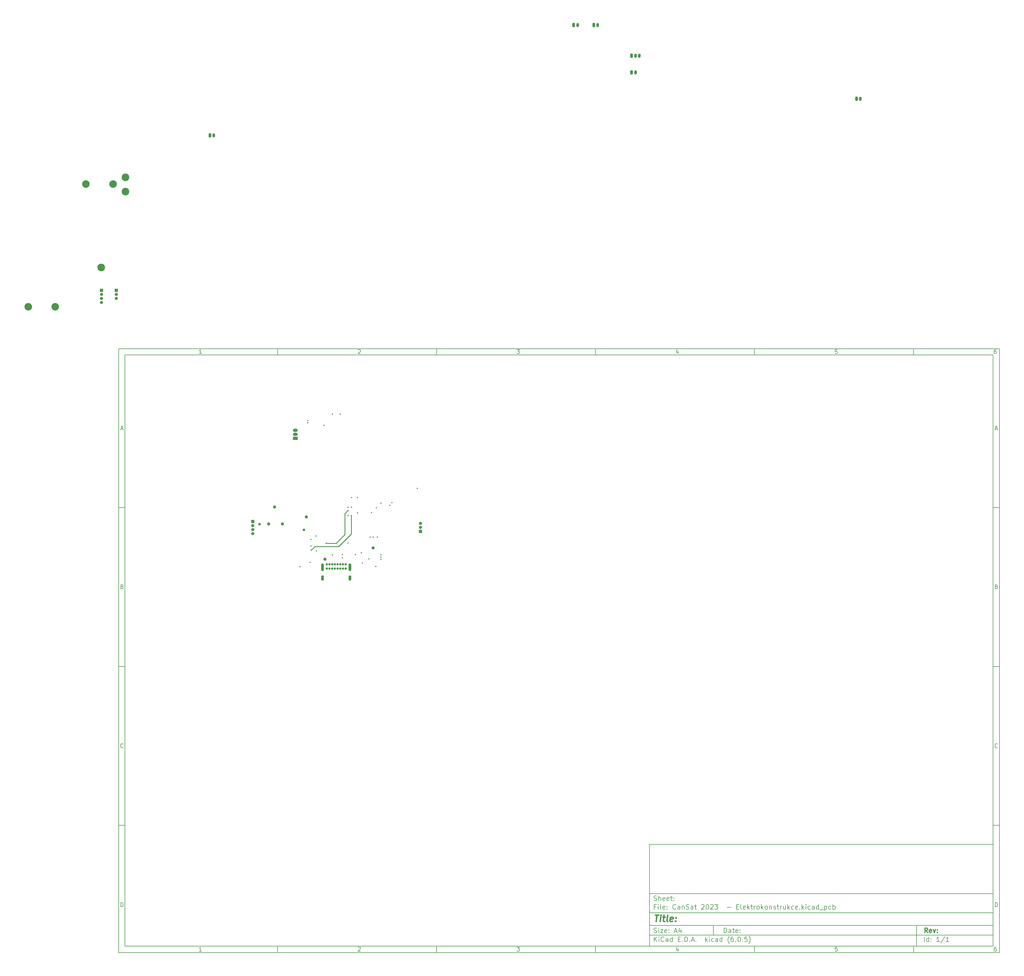
<source format=gbr>
%TF.GenerationSoftware,KiCad,Pcbnew,(6.0.5)*%
%TF.CreationDate,2022-11-07T11:26:13+01:00*%
%TF.ProjectId,CanSat 2023  - Elektrokonstrukce,43616e53-6174-4203-9230-323320202d20,rev?*%
%TF.SameCoordinates,Original*%
%TF.FileFunction,Copper,L3,Inr*%
%TF.FilePolarity,Positive*%
%FSLAX46Y46*%
G04 Gerber Fmt 4.6, Leading zero omitted, Abs format (unit mm)*
G04 Created by KiCad (PCBNEW (6.0.5)) date 2022-11-07 11:26:13*
%MOMM*%
%LPD*%
G01*
G04 APERTURE LIST*
G04 Aperture macros list*
%AMRoundRect*
0 Rectangle with rounded corners*
0 $1 Rounding radius*
0 $2 $3 $4 $5 $6 $7 $8 $9 X,Y pos of 4 corners*
0 Add a 4 corners polygon primitive as box body*
4,1,4,$2,$3,$4,$5,$6,$7,$8,$9,$2,$3,0*
0 Add four circle primitives for the rounded corners*
1,1,$1+$1,$2,$3*
1,1,$1+$1,$4,$5*
1,1,$1+$1,$6,$7*
1,1,$1+$1,$8,$9*
0 Add four rect primitives between the rounded corners*
20,1,$1+$1,$2,$3,$4,$5,0*
20,1,$1+$1,$4,$5,$6,$7,0*
20,1,$1+$1,$6,$7,$8,$9,0*
20,1,$1+$1,$8,$9,$2,$3,0*%
G04 Aperture macros list end*
%ADD10C,0.100000*%
%ADD11C,0.150000*%
%ADD12C,0.300000*%
%ADD13C,0.400000*%
%TA.AperFunction,ComponentPad*%
%ADD14R,1.000000X1.000000*%
%TD*%
%TA.AperFunction,ComponentPad*%
%ADD15O,1.000000X1.000000*%
%TD*%
%TA.AperFunction,ComponentPad*%
%ADD16RoundRect,0.200000X-0.200000X-0.450000X0.200000X-0.450000X0.200000X0.450000X-0.200000X0.450000X0*%
%TD*%
%TA.AperFunction,ComponentPad*%
%ADD17O,0.800000X1.300000*%
%TD*%
%TA.AperFunction,ComponentPad*%
%ADD18R,1.500000X1.050000*%
%TD*%
%TA.AperFunction,ComponentPad*%
%ADD19O,1.500000X1.050000*%
%TD*%
%TA.AperFunction,ComponentPad*%
%ADD20C,2.400000*%
%TD*%
%TA.AperFunction,ComponentPad*%
%ADD21C,2.380000*%
%TD*%
%TA.AperFunction,ComponentPad*%
%ADD22C,0.700000*%
%TD*%
%TA.AperFunction,ComponentPad*%
%ADD23O,0.900000X2.400000*%
%TD*%
%TA.AperFunction,ComponentPad*%
%ADD24O,0.900000X1.700000*%
%TD*%
%TA.AperFunction,ViaPad*%
%ADD25C,0.400000*%
%TD*%
%TA.AperFunction,ViaPad*%
%ADD26C,1.000000*%
%TD*%
%TA.AperFunction,ViaPad*%
%ADD27C,0.800000*%
%TD*%
%TA.AperFunction,Conductor*%
%ADD28C,0.250000*%
%TD*%
G04 APERTURE END LIST*
D10*
D11*
X177002200Y-166007200D02*
X177002200Y-198007200D01*
X285002200Y-198007200D01*
X285002200Y-166007200D01*
X177002200Y-166007200D01*
D10*
D11*
X10000000Y-10000000D02*
X10000000Y-200007200D01*
X287002200Y-200007200D01*
X287002200Y-10000000D01*
X10000000Y-10000000D01*
D10*
D11*
X12000000Y-12000000D02*
X12000000Y-198007200D01*
X285002200Y-198007200D01*
X285002200Y-12000000D01*
X12000000Y-12000000D01*
D10*
D11*
X60000000Y-12000000D02*
X60000000Y-10000000D01*
D10*
D11*
X110000000Y-12000000D02*
X110000000Y-10000000D01*
D10*
D11*
X160000000Y-12000000D02*
X160000000Y-10000000D01*
D10*
D11*
X210000000Y-12000000D02*
X210000000Y-10000000D01*
D10*
D11*
X260000000Y-12000000D02*
X260000000Y-10000000D01*
D10*
D11*
X36065476Y-11588095D02*
X35322619Y-11588095D01*
X35694047Y-11588095D02*
X35694047Y-10288095D01*
X35570238Y-10473809D01*
X35446428Y-10597619D01*
X35322619Y-10659523D01*
D10*
D11*
X85322619Y-10411904D02*
X85384523Y-10350000D01*
X85508333Y-10288095D01*
X85817857Y-10288095D01*
X85941666Y-10350000D01*
X86003571Y-10411904D01*
X86065476Y-10535714D01*
X86065476Y-10659523D01*
X86003571Y-10845238D01*
X85260714Y-11588095D01*
X86065476Y-11588095D01*
D10*
D11*
X135260714Y-10288095D02*
X136065476Y-10288095D01*
X135632142Y-10783333D01*
X135817857Y-10783333D01*
X135941666Y-10845238D01*
X136003571Y-10907142D01*
X136065476Y-11030952D01*
X136065476Y-11340476D01*
X136003571Y-11464285D01*
X135941666Y-11526190D01*
X135817857Y-11588095D01*
X135446428Y-11588095D01*
X135322619Y-11526190D01*
X135260714Y-11464285D01*
D10*
D11*
X185941666Y-10721428D02*
X185941666Y-11588095D01*
X185632142Y-10226190D02*
X185322619Y-11154761D01*
X186127380Y-11154761D01*
D10*
D11*
X236003571Y-10288095D02*
X235384523Y-10288095D01*
X235322619Y-10907142D01*
X235384523Y-10845238D01*
X235508333Y-10783333D01*
X235817857Y-10783333D01*
X235941666Y-10845238D01*
X236003571Y-10907142D01*
X236065476Y-11030952D01*
X236065476Y-11340476D01*
X236003571Y-11464285D01*
X235941666Y-11526190D01*
X235817857Y-11588095D01*
X235508333Y-11588095D01*
X235384523Y-11526190D01*
X235322619Y-11464285D01*
D10*
D11*
X285941666Y-10288095D02*
X285694047Y-10288095D01*
X285570238Y-10350000D01*
X285508333Y-10411904D01*
X285384523Y-10597619D01*
X285322619Y-10845238D01*
X285322619Y-11340476D01*
X285384523Y-11464285D01*
X285446428Y-11526190D01*
X285570238Y-11588095D01*
X285817857Y-11588095D01*
X285941666Y-11526190D01*
X286003571Y-11464285D01*
X286065476Y-11340476D01*
X286065476Y-11030952D01*
X286003571Y-10907142D01*
X285941666Y-10845238D01*
X285817857Y-10783333D01*
X285570238Y-10783333D01*
X285446428Y-10845238D01*
X285384523Y-10907142D01*
X285322619Y-11030952D01*
D10*
D11*
X60000000Y-198007200D02*
X60000000Y-200007200D01*
D10*
D11*
X110000000Y-198007200D02*
X110000000Y-200007200D01*
D10*
D11*
X160000000Y-198007200D02*
X160000000Y-200007200D01*
D10*
D11*
X210000000Y-198007200D02*
X210000000Y-200007200D01*
D10*
D11*
X260000000Y-198007200D02*
X260000000Y-200007200D01*
D10*
D11*
X36065476Y-199595295D02*
X35322619Y-199595295D01*
X35694047Y-199595295D02*
X35694047Y-198295295D01*
X35570238Y-198481009D01*
X35446428Y-198604819D01*
X35322619Y-198666723D01*
D10*
D11*
X85322619Y-198419104D02*
X85384523Y-198357200D01*
X85508333Y-198295295D01*
X85817857Y-198295295D01*
X85941666Y-198357200D01*
X86003571Y-198419104D01*
X86065476Y-198542914D01*
X86065476Y-198666723D01*
X86003571Y-198852438D01*
X85260714Y-199595295D01*
X86065476Y-199595295D01*
D10*
D11*
X135260714Y-198295295D02*
X136065476Y-198295295D01*
X135632142Y-198790533D01*
X135817857Y-198790533D01*
X135941666Y-198852438D01*
X136003571Y-198914342D01*
X136065476Y-199038152D01*
X136065476Y-199347676D01*
X136003571Y-199471485D01*
X135941666Y-199533390D01*
X135817857Y-199595295D01*
X135446428Y-199595295D01*
X135322619Y-199533390D01*
X135260714Y-199471485D01*
D10*
D11*
X185941666Y-198728628D02*
X185941666Y-199595295D01*
X185632142Y-198233390D02*
X185322619Y-199161961D01*
X186127380Y-199161961D01*
D10*
D11*
X236003571Y-198295295D02*
X235384523Y-198295295D01*
X235322619Y-198914342D01*
X235384523Y-198852438D01*
X235508333Y-198790533D01*
X235817857Y-198790533D01*
X235941666Y-198852438D01*
X236003571Y-198914342D01*
X236065476Y-199038152D01*
X236065476Y-199347676D01*
X236003571Y-199471485D01*
X235941666Y-199533390D01*
X235817857Y-199595295D01*
X235508333Y-199595295D01*
X235384523Y-199533390D01*
X235322619Y-199471485D01*
D10*
D11*
X285941666Y-198295295D02*
X285694047Y-198295295D01*
X285570238Y-198357200D01*
X285508333Y-198419104D01*
X285384523Y-198604819D01*
X285322619Y-198852438D01*
X285322619Y-199347676D01*
X285384523Y-199471485D01*
X285446428Y-199533390D01*
X285570238Y-199595295D01*
X285817857Y-199595295D01*
X285941666Y-199533390D01*
X286003571Y-199471485D01*
X286065476Y-199347676D01*
X286065476Y-199038152D01*
X286003571Y-198914342D01*
X285941666Y-198852438D01*
X285817857Y-198790533D01*
X285570238Y-198790533D01*
X285446428Y-198852438D01*
X285384523Y-198914342D01*
X285322619Y-199038152D01*
D10*
D11*
X10000000Y-60000000D02*
X12000000Y-60000000D01*
D10*
D11*
X10000000Y-110000000D02*
X12000000Y-110000000D01*
D10*
D11*
X10000000Y-160000000D02*
X12000000Y-160000000D01*
D10*
D11*
X10690476Y-35216666D02*
X11309523Y-35216666D01*
X10566666Y-35588095D02*
X11000000Y-34288095D01*
X11433333Y-35588095D01*
D10*
D11*
X11092857Y-84907142D02*
X11278571Y-84969047D01*
X11340476Y-85030952D01*
X11402380Y-85154761D01*
X11402380Y-85340476D01*
X11340476Y-85464285D01*
X11278571Y-85526190D01*
X11154761Y-85588095D01*
X10659523Y-85588095D01*
X10659523Y-84288095D01*
X11092857Y-84288095D01*
X11216666Y-84350000D01*
X11278571Y-84411904D01*
X11340476Y-84535714D01*
X11340476Y-84659523D01*
X11278571Y-84783333D01*
X11216666Y-84845238D01*
X11092857Y-84907142D01*
X10659523Y-84907142D01*
D10*
D11*
X11402380Y-135464285D02*
X11340476Y-135526190D01*
X11154761Y-135588095D01*
X11030952Y-135588095D01*
X10845238Y-135526190D01*
X10721428Y-135402380D01*
X10659523Y-135278571D01*
X10597619Y-135030952D01*
X10597619Y-134845238D01*
X10659523Y-134597619D01*
X10721428Y-134473809D01*
X10845238Y-134350000D01*
X11030952Y-134288095D01*
X11154761Y-134288095D01*
X11340476Y-134350000D01*
X11402380Y-134411904D01*
D10*
D11*
X10659523Y-185588095D02*
X10659523Y-184288095D01*
X10969047Y-184288095D01*
X11154761Y-184350000D01*
X11278571Y-184473809D01*
X11340476Y-184597619D01*
X11402380Y-184845238D01*
X11402380Y-185030952D01*
X11340476Y-185278571D01*
X11278571Y-185402380D01*
X11154761Y-185526190D01*
X10969047Y-185588095D01*
X10659523Y-185588095D01*
D10*
D11*
X287002200Y-60000000D02*
X285002200Y-60000000D01*
D10*
D11*
X287002200Y-110000000D02*
X285002200Y-110000000D01*
D10*
D11*
X287002200Y-160000000D02*
X285002200Y-160000000D01*
D10*
D11*
X285692676Y-35216666D02*
X286311723Y-35216666D01*
X285568866Y-35588095D02*
X286002200Y-34288095D01*
X286435533Y-35588095D01*
D10*
D11*
X286095057Y-84907142D02*
X286280771Y-84969047D01*
X286342676Y-85030952D01*
X286404580Y-85154761D01*
X286404580Y-85340476D01*
X286342676Y-85464285D01*
X286280771Y-85526190D01*
X286156961Y-85588095D01*
X285661723Y-85588095D01*
X285661723Y-84288095D01*
X286095057Y-84288095D01*
X286218866Y-84350000D01*
X286280771Y-84411904D01*
X286342676Y-84535714D01*
X286342676Y-84659523D01*
X286280771Y-84783333D01*
X286218866Y-84845238D01*
X286095057Y-84907142D01*
X285661723Y-84907142D01*
D10*
D11*
X286404580Y-135464285D02*
X286342676Y-135526190D01*
X286156961Y-135588095D01*
X286033152Y-135588095D01*
X285847438Y-135526190D01*
X285723628Y-135402380D01*
X285661723Y-135278571D01*
X285599819Y-135030952D01*
X285599819Y-134845238D01*
X285661723Y-134597619D01*
X285723628Y-134473809D01*
X285847438Y-134350000D01*
X286033152Y-134288095D01*
X286156961Y-134288095D01*
X286342676Y-134350000D01*
X286404580Y-134411904D01*
D10*
D11*
X285661723Y-185588095D02*
X285661723Y-184288095D01*
X285971247Y-184288095D01*
X286156961Y-184350000D01*
X286280771Y-184473809D01*
X286342676Y-184597619D01*
X286404580Y-184845238D01*
X286404580Y-185030952D01*
X286342676Y-185278571D01*
X286280771Y-185402380D01*
X286156961Y-185526190D01*
X285971247Y-185588095D01*
X285661723Y-185588095D01*
D10*
D11*
X200434342Y-193785771D02*
X200434342Y-192285771D01*
X200791485Y-192285771D01*
X201005771Y-192357200D01*
X201148628Y-192500057D01*
X201220057Y-192642914D01*
X201291485Y-192928628D01*
X201291485Y-193142914D01*
X201220057Y-193428628D01*
X201148628Y-193571485D01*
X201005771Y-193714342D01*
X200791485Y-193785771D01*
X200434342Y-193785771D01*
X202577200Y-193785771D02*
X202577200Y-193000057D01*
X202505771Y-192857200D01*
X202362914Y-192785771D01*
X202077200Y-192785771D01*
X201934342Y-192857200D01*
X202577200Y-193714342D02*
X202434342Y-193785771D01*
X202077200Y-193785771D01*
X201934342Y-193714342D01*
X201862914Y-193571485D01*
X201862914Y-193428628D01*
X201934342Y-193285771D01*
X202077200Y-193214342D01*
X202434342Y-193214342D01*
X202577200Y-193142914D01*
X203077200Y-192785771D02*
X203648628Y-192785771D01*
X203291485Y-192285771D02*
X203291485Y-193571485D01*
X203362914Y-193714342D01*
X203505771Y-193785771D01*
X203648628Y-193785771D01*
X204720057Y-193714342D02*
X204577200Y-193785771D01*
X204291485Y-193785771D01*
X204148628Y-193714342D01*
X204077200Y-193571485D01*
X204077200Y-193000057D01*
X204148628Y-192857200D01*
X204291485Y-192785771D01*
X204577200Y-192785771D01*
X204720057Y-192857200D01*
X204791485Y-193000057D01*
X204791485Y-193142914D01*
X204077200Y-193285771D01*
X205434342Y-193642914D02*
X205505771Y-193714342D01*
X205434342Y-193785771D01*
X205362914Y-193714342D01*
X205434342Y-193642914D01*
X205434342Y-193785771D01*
X205434342Y-192857200D02*
X205505771Y-192928628D01*
X205434342Y-193000057D01*
X205362914Y-192928628D01*
X205434342Y-192857200D01*
X205434342Y-193000057D01*
D10*
D11*
X177002200Y-194507200D02*
X285002200Y-194507200D01*
D10*
D11*
X178434342Y-196585771D02*
X178434342Y-195085771D01*
X179291485Y-196585771D02*
X178648628Y-195728628D01*
X179291485Y-195085771D02*
X178434342Y-195942914D01*
X179934342Y-196585771D02*
X179934342Y-195585771D01*
X179934342Y-195085771D02*
X179862914Y-195157200D01*
X179934342Y-195228628D01*
X180005771Y-195157200D01*
X179934342Y-195085771D01*
X179934342Y-195228628D01*
X181505771Y-196442914D02*
X181434342Y-196514342D01*
X181220057Y-196585771D01*
X181077200Y-196585771D01*
X180862914Y-196514342D01*
X180720057Y-196371485D01*
X180648628Y-196228628D01*
X180577200Y-195942914D01*
X180577200Y-195728628D01*
X180648628Y-195442914D01*
X180720057Y-195300057D01*
X180862914Y-195157200D01*
X181077200Y-195085771D01*
X181220057Y-195085771D01*
X181434342Y-195157200D01*
X181505771Y-195228628D01*
X182791485Y-196585771D02*
X182791485Y-195800057D01*
X182720057Y-195657200D01*
X182577200Y-195585771D01*
X182291485Y-195585771D01*
X182148628Y-195657200D01*
X182791485Y-196514342D02*
X182648628Y-196585771D01*
X182291485Y-196585771D01*
X182148628Y-196514342D01*
X182077200Y-196371485D01*
X182077200Y-196228628D01*
X182148628Y-196085771D01*
X182291485Y-196014342D01*
X182648628Y-196014342D01*
X182791485Y-195942914D01*
X184148628Y-196585771D02*
X184148628Y-195085771D01*
X184148628Y-196514342D02*
X184005771Y-196585771D01*
X183720057Y-196585771D01*
X183577200Y-196514342D01*
X183505771Y-196442914D01*
X183434342Y-196300057D01*
X183434342Y-195871485D01*
X183505771Y-195728628D01*
X183577200Y-195657200D01*
X183720057Y-195585771D01*
X184005771Y-195585771D01*
X184148628Y-195657200D01*
X186005771Y-195800057D02*
X186505771Y-195800057D01*
X186720057Y-196585771D02*
X186005771Y-196585771D01*
X186005771Y-195085771D01*
X186720057Y-195085771D01*
X187362914Y-196442914D02*
X187434342Y-196514342D01*
X187362914Y-196585771D01*
X187291485Y-196514342D01*
X187362914Y-196442914D01*
X187362914Y-196585771D01*
X188077200Y-196585771D02*
X188077200Y-195085771D01*
X188434342Y-195085771D01*
X188648628Y-195157200D01*
X188791485Y-195300057D01*
X188862914Y-195442914D01*
X188934342Y-195728628D01*
X188934342Y-195942914D01*
X188862914Y-196228628D01*
X188791485Y-196371485D01*
X188648628Y-196514342D01*
X188434342Y-196585771D01*
X188077200Y-196585771D01*
X189577200Y-196442914D02*
X189648628Y-196514342D01*
X189577200Y-196585771D01*
X189505771Y-196514342D01*
X189577200Y-196442914D01*
X189577200Y-196585771D01*
X190220057Y-196157200D02*
X190934342Y-196157200D01*
X190077200Y-196585771D02*
X190577200Y-195085771D01*
X191077200Y-196585771D01*
X191577200Y-196442914D02*
X191648628Y-196514342D01*
X191577200Y-196585771D01*
X191505771Y-196514342D01*
X191577200Y-196442914D01*
X191577200Y-196585771D01*
X194577200Y-196585771D02*
X194577200Y-195085771D01*
X194720057Y-196014342D02*
X195148628Y-196585771D01*
X195148628Y-195585771D02*
X194577200Y-196157200D01*
X195791485Y-196585771D02*
X195791485Y-195585771D01*
X195791485Y-195085771D02*
X195720057Y-195157200D01*
X195791485Y-195228628D01*
X195862914Y-195157200D01*
X195791485Y-195085771D01*
X195791485Y-195228628D01*
X197148628Y-196514342D02*
X197005771Y-196585771D01*
X196720057Y-196585771D01*
X196577200Y-196514342D01*
X196505771Y-196442914D01*
X196434342Y-196300057D01*
X196434342Y-195871485D01*
X196505771Y-195728628D01*
X196577200Y-195657200D01*
X196720057Y-195585771D01*
X197005771Y-195585771D01*
X197148628Y-195657200D01*
X198434342Y-196585771D02*
X198434342Y-195800057D01*
X198362914Y-195657200D01*
X198220057Y-195585771D01*
X197934342Y-195585771D01*
X197791485Y-195657200D01*
X198434342Y-196514342D02*
X198291485Y-196585771D01*
X197934342Y-196585771D01*
X197791485Y-196514342D01*
X197720057Y-196371485D01*
X197720057Y-196228628D01*
X197791485Y-196085771D01*
X197934342Y-196014342D01*
X198291485Y-196014342D01*
X198434342Y-195942914D01*
X199791485Y-196585771D02*
X199791485Y-195085771D01*
X199791485Y-196514342D02*
X199648628Y-196585771D01*
X199362914Y-196585771D01*
X199220057Y-196514342D01*
X199148628Y-196442914D01*
X199077200Y-196300057D01*
X199077200Y-195871485D01*
X199148628Y-195728628D01*
X199220057Y-195657200D01*
X199362914Y-195585771D01*
X199648628Y-195585771D01*
X199791485Y-195657200D01*
X202077200Y-197157200D02*
X202005771Y-197085771D01*
X201862914Y-196871485D01*
X201791485Y-196728628D01*
X201720057Y-196514342D01*
X201648628Y-196157200D01*
X201648628Y-195871485D01*
X201720057Y-195514342D01*
X201791485Y-195300057D01*
X201862914Y-195157200D01*
X202005771Y-194942914D01*
X202077200Y-194871485D01*
X203291485Y-195085771D02*
X203005771Y-195085771D01*
X202862914Y-195157200D01*
X202791485Y-195228628D01*
X202648628Y-195442914D01*
X202577200Y-195728628D01*
X202577200Y-196300057D01*
X202648628Y-196442914D01*
X202720057Y-196514342D01*
X202862914Y-196585771D01*
X203148628Y-196585771D01*
X203291485Y-196514342D01*
X203362914Y-196442914D01*
X203434342Y-196300057D01*
X203434342Y-195942914D01*
X203362914Y-195800057D01*
X203291485Y-195728628D01*
X203148628Y-195657200D01*
X202862914Y-195657200D01*
X202720057Y-195728628D01*
X202648628Y-195800057D01*
X202577200Y-195942914D01*
X204077200Y-196442914D02*
X204148628Y-196514342D01*
X204077200Y-196585771D01*
X204005771Y-196514342D01*
X204077200Y-196442914D01*
X204077200Y-196585771D01*
X205077200Y-195085771D02*
X205220057Y-195085771D01*
X205362914Y-195157200D01*
X205434342Y-195228628D01*
X205505771Y-195371485D01*
X205577200Y-195657200D01*
X205577200Y-196014342D01*
X205505771Y-196300057D01*
X205434342Y-196442914D01*
X205362914Y-196514342D01*
X205220057Y-196585771D01*
X205077200Y-196585771D01*
X204934342Y-196514342D01*
X204862914Y-196442914D01*
X204791485Y-196300057D01*
X204720057Y-196014342D01*
X204720057Y-195657200D01*
X204791485Y-195371485D01*
X204862914Y-195228628D01*
X204934342Y-195157200D01*
X205077200Y-195085771D01*
X206220057Y-196442914D02*
X206291485Y-196514342D01*
X206220057Y-196585771D01*
X206148628Y-196514342D01*
X206220057Y-196442914D01*
X206220057Y-196585771D01*
X207648628Y-195085771D02*
X206934342Y-195085771D01*
X206862914Y-195800057D01*
X206934342Y-195728628D01*
X207077200Y-195657200D01*
X207434342Y-195657200D01*
X207577200Y-195728628D01*
X207648628Y-195800057D01*
X207720057Y-195942914D01*
X207720057Y-196300057D01*
X207648628Y-196442914D01*
X207577200Y-196514342D01*
X207434342Y-196585771D01*
X207077200Y-196585771D01*
X206934342Y-196514342D01*
X206862914Y-196442914D01*
X208220057Y-197157200D02*
X208291485Y-197085771D01*
X208434342Y-196871485D01*
X208505771Y-196728628D01*
X208577200Y-196514342D01*
X208648628Y-196157200D01*
X208648628Y-195871485D01*
X208577200Y-195514342D01*
X208505771Y-195300057D01*
X208434342Y-195157200D01*
X208291485Y-194942914D01*
X208220057Y-194871485D01*
D10*
D11*
X177002200Y-191507200D02*
X285002200Y-191507200D01*
D10*
D12*
X264411485Y-193785771D02*
X263911485Y-193071485D01*
X263554342Y-193785771D02*
X263554342Y-192285771D01*
X264125771Y-192285771D01*
X264268628Y-192357200D01*
X264340057Y-192428628D01*
X264411485Y-192571485D01*
X264411485Y-192785771D01*
X264340057Y-192928628D01*
X264268628Y-193000057D01*
X264125771Y-193071485D01*
X263554342Y-193071485D01*
X265625771Y-193714342D02*
X265482914Y-193785771D01*
X265197200Y-193785771D01*
X265054342Y-193714342D01*
X264982914Y-193571485D01*
X264982914Y-193000057D01*
X265054342Y-192857200D01*
X265197200Y-192785771D01*
X265482914Y-192785771D01*
X265625771Y-192857200D01*
X265697200Y-193000057D01*
X265697200Y-193142914D01*
X264982914Y-193285771D01*
X266197200Y-192785771D02*
X266554342Y-193785771D01*
X266911485Y-192785771D01*
X267482914Y-193642914D02*
X267554342Y-193714342D01*
X267482914Y-193785771D01*
X267411485Y-193714342D01*
X267482914Y-193642914D01*
X267482914Y-193785771D01*
X267482914Y-192857200D02*
X267554342Y-192928628D01*
X267482914Y-193000057D01*
X267411485Y-192928628D01*
X267482914Y-192857200D01*
X267482914Y-193000057D01*
D10*
D11*
X178362914Y-193714342D02*
X178577200Y-193785771D01*
X178934342Y-193785771D01*
X179077200Y-193714342D01*
X179148628Y-193642914D01*
X179220057Y-193500057D01*
X179220057Y-193357200D01*
X179148628Y-193214342D01*
X179077200Y-193142914D01*
X178934342Y-193071485D01*
X178648628Y-193000057D01*
X178505771Y-192928628D01*
X178434342Y-192857200D01*
X178362914Y-192714342D01*
X178362914Y-192571485D01*
X178434342Y-192428628D01*
X178505771Y-192357200D01*
X178648628Y-192285771D01*
X179005771Y-192285771D01*
X179220057Y-192357200D01*
X179862914Y-193785771D02*
X179862914Y-192785771D01*
X179862914Y-192285771D02*
X179791485Y-192357200D01*
X179862914Y-192428628D01*
X179934342Y-192357200D01*
X179862914Y-192285771D01*
X179862914Y-192428628D01*
X180434342Y-192785771D02*
X181220057Y-192785771D01*
X180434342Y-193785771D01*
X181220057Y-193785771D01*
X182362914Y-193714342D02*
X182220057Y-193785771D01*
X181934342Y-193785771D01*
X181791485Y-193714342D01*
X181720057Y-193571485D01*
X181720057Y-193000057D01*
X181791485Y-192857200D01*
X181934342Y-192785771D01*
X182220057Y-192785771D01*
X182362914Y-192857200D01*
X182434342Y-193000057D01*
X182434342Y-193142914D01*
X181720057Y-193285771D01*
X183077200Y-193642914D02*
X183148628Y-193714342D01*
X183077200Y-193785771D01*
X183005771Y-193714342D01*
X183077200Y-193642914D01*
X183077200Y-193785771D01*
X183077200Y-192857200D02*
X183148628Y-192928628D01*
X183077200Y-193000057D01*
X183005771Y-192928628D01*
X183077200Y-192857200D01*
X183077200Y-193000057D01*
X184862914Y-193357200D02*
X185577200Y-193357200D01*
X184720057Y-193785771D02*
X185220057Y-192285771D01*
X185720057Y-193785771D01*
X186862914Y-192785771D02*
X186862914Y-193785771D01*
X186505771Y-192214342D02*
X186148628Y-193285771D01*
X187077200Y-193285771D01*
D10*
D11*
X263434342Y-196585771D02*
X263434342Y-195085771D01*
X264791485Y-196585771D02*
X264791485Y-195085771D01*
X264791485Y-196514342D02*
X264648628Y-196585771D01*
X264362914Y-196585771D01*
X264220057Y-196514342D01*
X264148628Y-196442914D01*
X264077200Y-196300057D01*
X264077200Y-195871485D01*
X264148628Y-195728628D01*
X264220057Y-195657200D01*
X264362914Y-195585771D01*
X264648628Y-195585771D01*
X264791485Y-195657200D01*
X265505771Y-196442914D02*
X265577200Y-196514342D01*
X265505771Y-196585771D01*
X265434342Y-196514342D01*
X265505771Y-196442914D01*
X265505771Y-196585771D01*
X265505771Y-195657200D02*
X265577200Y-195728628D01*
X265505771Y-195800057D01*
X265434342Y-195728628D01*
X265505771Y-195657200D01*
X265505771Y-195800057D01*
X268148628Y-196585771D02*
X267291485Y-196585771D01*
X267720057Y-196585771D02*
X267720057Y-195085771D01*
X267577200Y-195300057D01*
X267434342Y-195442914D01*
X267291485Y-195514342D01*
X269862914Y-195014342D02*
X268577200Y-196942914D01*
X271148628Y-196585771D02*
X270291485Y-196585771D01*
X270720057Y-196585771D02*
X270720057Y-195085771D01*
X270577200Y-195300057D01*
X270434342Y-195442914D01*
X270291485Y-195514342D01*
D10*
D11*
X177002200Y-187507200D02*
X285002200Y-187507200D01*
D10*
D13*
X178714580Y-188211961D02*
X179857438Y-188211961D01*
X179036009Y-190211961D02*
X179286009Y-188211961D01*
X180274104Y-190211961D02*
X180440771Y-188878628D01*
X180524104Y-188211961D02*
X180416961Y-188307200D01*
X180500295Y-188402438D01*
X180607438Y-188307200D01*
X180524104Y-188211961D01*
X180500295Y-188402438D01*
X181107438Y-188878628D02*
X181869342Y-188878628D01*
X181476485Y-188211961D02*
X181262200Y-189926247D01*
X181333628Y-190116723D01*
X181512200Y-190211961D01*
X181702676Y-190211961D01*
X182655057Y-190211961D02*
X182476485Y-190116723D01*
X182405057Y-189926247D01*
X182619342Y-188211961D01*
X184190771Y-190116723D02*
X183988390Y-190211961D01*
X183607438Y-190211961D01*
X183428866Y-190116723D01*
X183357438Y-189926247D01*
X183452676Y-189164342D01*
X183571723Y-188973866D01*
X183774104Y-188878628D01*
X184155057Y-188878628D01*
X184333628Y-188973866D01*
X184405057Y-189164342D01*
X184381247Y-189354819D01*
X183405057Y-189545295D01*
X185155057Y-190021485D02*
X185238390Y-190116723D01*
X185131247Y-190211961D01*
X185047914Y-190116723D01*
X185155057Y-190021485D01*
X185131247Y-190211961D01*
X185286009Y-188973866D02*
X185369342Y-189069104D01*
X185262200Y-189164342D01*
X185178866Y-189069104D01*
X185286009Y-188973866D01*
X185262200Y-189164342D01*
D10*
D11*
X178934342Y-185600057D02*
X178434342Y-185600057D01*
X178434342Y-186385771D02*
X178434342Y-184885771D01*
X179148628Y-184885771D01*
X179720057Y-186385771D02*
X179720057Y-185385771D01*
X179720057Y-184885771D02*
X179648628Y-184957200D01*
X179720057Y-185028628D01*
X179791485Y-184957200D01*
X179720057Y-184885771D01*
X179720057Y-185028628D01*
X180648628Y-186385771D02*
X180505771Y-186314342D01*
X180434342Y-186171485D01*
X180434342Y-184885771D01*
X181791485Y-186314342D02*
X181648628Y-186385771D01*
X181362914Y-186385771D01*
X181220057Y-186314342D01*
X181148628Y-186171485D01*
X181148628Y-185600057D01*
X181220057Y-185457200D01*
X181362914Y-185385771D01*
X181648628Y-185385771D01*
X181791485Y-185457200D01*
X181862914Y-185600057D01*
X181862914Y-185742914D01*
X181148628Y-185885771D01*
X182505771Y-186242914D02*
X182577200Y-186314342D01*
X182505771Y-186385771D01*
X182434342Y-186314342D01*
X182505771Y-186242914D01*
X182505771Y-186385771D01*
X182505771Y-185457200D02*
X182577200Y-185528628D01*
X182505771Y-185600057D01*
X182434342Y-185528628D01*
X182505771Y-185457200D01*
X182505771Y-185600057D01*
X185220057Y-186242914D02*
X185148628Y-186314342D01*
X184934342Y-186385771D01*
X184791485Y-186385771D01*
X184577200Y-186314342D01*
X184434342Y-186171485D01*
X184362914Y-186028628D01*
X184291485Y-185742914D01*
X184291485Y-185528628D01*
X184362914Y-185242914D01*
X184434342Y-185100057D01*
X184577200Y-184957200D01*
X184791485Y-184885771D01*
X184934342Y-184885771D01*
X185148628Y-184957200D01*
X185220057Y-185028628D01*
X186505771Y-186385771D02*
X186505771Y-185600057D01*
X186434342Y-185457200D01*
X186291485Y-185385771D01*
X186005771Y-185385771D01*
X185862914Y-185457200D01*
X186505771Y-186314342D02*
X186362914Y-186385771D01*
X186005771Y-186385771D01*
X185862914Y-186314342D01*
X185791485Y-186171485D01*
X185791485Y-186028628D01*
X185862914Y-185885771D01*
X186005771Y-185814342D01*
X186362914Y-185814342D01*
X186505771Y-185742914D01*
X187220057Y-185385771D02*
X187220057Y-186385771D01*
X187220057Y-185528628D02*
X187291485Y-185457200D01*
X187434342Y-185385771D01*
X187648628Y-185385771D01*
X187791485Y-185457200D01*
X187862914Y-185600057D01*
X187862914Y-186385771D01*
X188505771Y-186314342D02*
X188720057Y-186385771D01*
X189077200Y-186385771D01*
X189220057Y-186314342D01*
X189291485Y-186242914D01*
X189362914Y-186100057D01*
X189362914Y-185957200D01*
X189291485Y-185814342D01*
X189220057Y-185742914D01*
X189077200Y-185671485D01*
X188791485Y-185600057D01*
X188648628Y-185528628D01*
X188577200Y-185457200D01*
X188505771Y-185314342D01*
X188505771Y-185171485D01*
X188577200Y-185028628D01*
X188648628Y-184957200D01*
X188791485Y-184885771D01*
X189148628Y-184885771D01*
X189362914Y-184957200D01*
X190648628Y-186385771D02*
X190648628Y-185600057D01*
X190577200Y-185457200D01*
X190434342Y-185385771D01*
X190148628Y-185385771D01*
X190005771Y-185457200D01*
X190648628Y-186314342D02*
X190505771Y-186385771D01*
X190148628Y-186385771D01*
X190005771Y-186314342D01*
X189934342Y-186171485D01*
X189934342Y-186028628D01*
X190005771Y-185885771D01*
X190148628Y-185814342D01*
X190505771Y-185814342D01*
X190648628Y-185742914D01*
X191148628Y-185385771D02*
X191720057Y-185385771D01*
X191362914Y-184885771D02*
X191362914Y-186171485D01*
X191434342Y-186314342D01*
X191577200Y-186385771D01*
X191720057Y-186385771D01*
X193291485Y-185028628D02*
X193362914Y-184957200D01*
X193505771Y-184885771D01*
X193862914Y-184885771D01*
X194005771Y-184957200D01*
X194077200Y-185028628D01*
X194148628Y-185171485D01*
X194148628Y-185314342D01*
X194077200Y-185528628D01*
X193220057Y-186385771D01*
X194148628Y-186385771D01*
X195077200Y-184885771D02*
X195220057Y-184885771D01*
X195362914Y-184957200D01*
X195434342Y-185028628D01*
X195505771Y-185171485D01*
X195577200Y-185457200D01*
X195577200Y-185814342D01*
X195505771Y-186100057D01*
X195434342Y-186242914D01*
X195362914Y-186314342D01*
X195220057Y-186385771D01*
X195077200Y-186385771D01*
X194934342Y-186314342D01*
X194862914Y-186242914D01*
X194791485Y-186100057D01*
X194720057Y-185814342D01*
X194720057Y-185457200D01*
X194791485Y-185171485D01*
X194862914Y-185028628D01*
X194934342Y-184957200D01*
X195077200Y-184885771D01*
X196148628Y-185028628D02*
X196220057Y-184957200D01*
X196362914Y-184885771D01*
X196720057Y-184885771D01*
X196862914Y-184957200D01*
X196934342Y-185028628D01*
X197005771Y-185171485D01*
X197005771Y-185314342D01*
X196934342Y-185528628D01*
X196077200Y-186385771D01*
X197005771Y-186385771D01*
X197505771Y-184885771D02*
X198434342Y-184885771D01*
X197934342Y-185457200D01*
X198148628Y-185457200D01*
X198291485Y-185528628D01*
X198362914Y-185600057D01*
X198434342Y-185742914D01*
X198434342Y-186100057D01*
X198362914Y-186242914D01*
X198291485Y-186314342D01*
X198148628Y-186385771D01*
X197720057Y-186385771D01*
X197577200Y-186314342D01*
X197505771Y-186242914D01*
X201362914Y-185814342D02*
X202505771Y-185814342D01*
X204362914Y-185600057D02*
X204862914Y-185600057D01*
X205077200Y-186385771D02*
X204362914Y-186385771D01*
X204362914Y-184885771D01*
X205077200Y-184885771D01*
X205934342Y-186385771D02*
X205791485Y-186314342D01*
X205720057Y-186171485D01*
X205720057Y-184885771D01*
X207077200Y-186314342D02*
X206934342Y-186385771D01*
X206648628Y-186385771D01*
X206505771Y-186314342D01*
X206434342Y-186171485D01*
X206434342Y-185600057D01*
X206505771Y-185457200D01*
X206648628Y-185385771D01*
X206934342Y-185385771D01*
X207077200Y-185457200D01*
X207148628Y-185600057D01*
X207148628Y-185742914D01*
X206434342Y-185885771D01*
X207791485Y-186385771D02*
X207791485Y-184885771D01*
X207934342Y-185814342D02*
X208362914Y-186385771D01*
X208362914Y-185385771D02*
X207791485Y-185957200D01*
X208791485Y-185385771D02*
X209362914Y-185385771D01*
X209005771Y-184885771D02*
X209005771Y-186171485D01*
X209077200Y-186314342D01*
X209220057Y-186385771D01*
X209362914Y-186385771D01*
X209862914Y-186385771D02*
X209862914Y-185385771D01*
X209862914Y-185671485D02*
X209934342Y-185528628D01*
X210005771Y-185457200D01*
X210148628Y-185385771D01*
X210291485Y-185385771D01*
X211005771Y-186385771D02*
X210862914Y-186314342D01*
X210791485Y-186242914D01*
X210720057Y-186100057D01*
X210720057Y-185671485D01*
X210791485Y-185528628D01*
X210862914Y-185457200D01*
X211005771Y-185385771D01*
X211220057Y-185385771D01*
X211362914Y-185457200D01*
X211434342Y-185528628D01*
X211505771Y-185671485D01*
X211505771Y-186100057D01*
X211434342Y-186242914D01*
X211362914Y-186314342D01*
X211220057Y-186385771D01*
X211005771Y-186385771D01*
X212148628Y-186385771D02*
X212148628Y-184885771D01*
X212291485Y-185814342D02*
X212720057Y-186385771D01*
X212720057Y-185385771D02*
X212148628Y-185957200D01*
X213577200Y-186385771D02*
X213434342Y-186314342D01*
X213362914Y-186242914D01*
X213291485Y-186100057D01*
X213291485Y-185671485D01*
X213362914Y-185528628D01*
X213434342Y-185457200D01*
X213577200Y-185385771D01*
X213791485Y-185385771D01*
X213934342Y-185457200D01*
X214005771Y-185528628D01*
X214077200Y-185671485D01*
X214077200Y-186100057D01*
X214005771Y-186242914D01*
X213934342Y-186314342D01*
X213791485Y-186385771D01*
X213577200Y-186385771D01*
X214720057Y-185385771D02*
X214720057Y-186385771D01*
X214720057Y-185528628D02*
X214791485Y-185457200D01*
X214934342Y-185385771D01*
X215148628Y-185385771D01*
X215291485Y-185457200D01*
X215362914Y-185600057D01*
X215362914Y-186385771D01*
X216005771Y-186314342D02*
X216148628Y-186385771D01*
X216434342Y-186385771D01*
X216577200Y-186314342D01*
X216648628Y-186171485D01*
X216648628Y-186100057D01*
X216577200Y-185957200D01*
X216434342Y-185885771D01*
X216220057Y-185885771D01*
X216077200Y-185814342D01*
X216005771Y-185671485D01*
X216005771Y-185600057D01*
X216077200Y-185457200D01*
X216220057Y-185385771D01*
X216434342Y-185385771D01*
X216577200Y-185457200D01*
X217077200Y-185385771D02*
X217648628Y-185385771D01*
X217291485Y-184885771D02*
X217291485Y-186171485D01*
X217362914Y-186314342D01*
X217505771Y-186385771D01*
X217648628Y-186385771D01*
X218148628Y-186385771D02*
X218148628Y-185385771D01*
X218148628Y-185671485D02*
X218220057Y-185528628D01*
X218291485Y-185457200D01*
X218434342Y-185385771D01*
X218577200Y-185385771D01*
X219720057Y-185385771D02*
X219720057Y-186385771D01*
X219077200Y-185385771D02*
X219077200Y-186171485D01*
X219148628Y-186314342D01*
X219291485Y-186385771D01*
X219505771Y-186385771D01*
X219648628Y-186314342D01*
X219720057Y-186242914D01*
X220434342Y-186385771D02*
X220434342Y-184885771D01*
X220577200Y-185814342D02*
X221005771Y-186385771D01*
X221005771Y-185385771D02*
X220434342Y-185957200D01*
X222291485Y-186314342D02*
X222148628Y-186385771D01*
X221862914Y-186385771D01*
X221720057Y-186314342D01*
X221648628Y-186242914D01*
X221577200Y-186100057D01*
X221577200Y-185671485D01*
X221648628Y-185528628D01*
X221720057Y-185457200D01*
X221862914Y-185385771D01*
X222148628Y-185385771D01*
X222291485Y-185457200D01*
X223505771Y-186314342D02*
X223362914Y-186385771D01*
X223077200Y-186385771D01*
X222934342Y-186314342D01*
X222862914Y-186171485D01*
X222862914Y-185600057D01*
X222934342Y-185457200D01*
X223077200Y-185385771D01*
X223362914Y-185385771D01*
X223505771Y-185457200D01*
X223577200Y-185600057D01*
X223577200Y-185742914D01*
X222862914Y-185885771D01*
X224220057Y-186242914D02*
X224291485Y-186314342D01*
X224220057Y-186385771D01*
X224148628Y-186314342D01*
X224220057Y-186242914D01*
X224220057Y-186385771D01*
X224934342Y-186385771D02*
X224934342Y-184885771D01*
X225077200Y-185814342D02*
X225505771Y-186385771D01*
X225505771Y-185385771D02*
X224934342Y-185957200D01*
X226148628Y-186385771D02*
X226148628Y-185385771D01*
X226148628Y-184885771D02*
X226077200Y-184957200D01*
X226148628Y-185028628D01*
X226220057Y-184957200D01*
X226148628Y-184885771D01*
X226148628Y-185028628D01*
X227505771Y-186314342D02*
X227362914Y-186385771D01*
X227077200Y-186385771D01*
X226934342Y-186314342D01*
X226862914Y-186242914D01*
X226791485Y-186100057D01*
X226791485Y-185671485D01*
X226862914Y-185528628D01*
X226934342Y-185457200D01*
X227077200Y-185385771D01*
X227362914Y-185385771D01*
X227505771Y-185457200D01*
X228791485Y-186385771D02*
X228791485Y-185600057D01*
X228720057Y-185457200D01*
X228577200Y-185385771D01*
X228291485Y-185385771D01*
X228148628Y-185457200D01*
X228791485Y-186314342D02*
X228648628Y-186385771D01*
X228291485Y-186385771D01*
X228148628Y-186314342D01*
X228077200Y-186171485D01*
X228077200Y-186028628D01*
X228148628Y-185885771D01*
X228291485Y-185814342D01*
X228648628Y-185814342D01*
X228791485Y-185742914D01*
X230148628Y-186385771D02*
X230148628Y-184885771D01*
X230148628Y-186314342D02*
X230005771Y-186385771D01*
X229720057Y-186385771D01*
X229577200Y-186314342D01*
X229505771Y-186242914D01*
X229434342Y-186100057D01*
X229434342Y-185671485D01*
X229505771Y-185528628D01*
X229577200Y-185457200D01*
X229720057Y-185385771D01*
X230005771Y-185385771D01*
X230148628Y-185457200D01*
X230505771Y-186528628D02*
X231648628Y-186528628D01*
X232005771Y-185385771D02*
X232005771Y-186885771D01*
X232005771Y-185457200D02*
X232148628Y-185385771D01*
X232434342Y-185385771D01*
X232577200Y-185457200D01*
X232648628Y-185528628D01*
X232720057Y-185671485D01*
X232720057Y-186100057D01*
X232648628Y-186242914D01*
X232577200Y-186314342D01*
X232434342Y-186385771D01*
X232148628Y-186385771D01*
X232005771Y-186314342D01*
X234005771Y-186314342D02*
X233862914Y-186385771D01*
X233577200Y-186385771D01*
X233434342Y-186314342D01*
X233362914Y-186242914D01*
X233291485Y-186100057D01*
X233291485Y-185671485D01*
X233362914Y-185528628D01*
X233434342Y-185457200D01*
X233577200Y-185385771D01*
X233862914Y-185385771D01*
X234005771Y-185457200D01*
X234648628Y-186385771D02*
X234648628Y-184885771D01*
X234648628Y-185457200D02*
X234791485Y-185385771D01*
X235077200Y-185385771D01*
X235220057Y-185457200D01*
X235291485Y-185528628D01*
X235362914Y-185671485D01*
X235362914Y-186100057D01*
X235291485Y-186242914D01*
X235220057Y-186314342D01*
X235077200Y-186385771D01*
X234791485Y-186385771D01*
X234648628Y-186314342D01*
D10*
D11*
X177002200Y-181507200D02*
X285002200Y-181507200D01*
D10*
D11*
X178362914Y-183614342D02*
X178577200Y-183685771D01*
X178934342Y-183685771D01*
X179077200Y-183614342D01*
X179148628Y-183542914D01*
X179220057Y-183400057D01*
X179220057Y-183257200D01*
X179148628Y-183114342D01*
X179077200Y-183042914D01*
X178934342Y-182971485D01*
X178648628Y-182900057D01*
X178505771Y-182828628D01*
X178434342Y-182757200D01*
X178362914Y-182614342D01*
X178362914Y-182471485D01*
X178434342Y-182328628D01*
X178505771Y-182257200D01*
X178648628Y-182185771D01*
X179005771Y-182185771D01*
X179220057Y-182257200D01*
X179862914Y-183685771D02*
X179862914Y-182185771D01*
X180505771Y-183685771D02*
X180505771Y-182900057D01*
X180434342Y-182757200D01*
X180291485Y-182685771D01*
X180077200Y-182685771D01*
X179934342Y-182757200D01*
X179862914Y-182828628D01*
X181791485Y-183614342D02*
X181648628Y-183685771D01*
X181362914Y-183685771D01*
X181220057Y-183614342D01*
X181148628Y-183471485D01*
X181148628Y-182900057D01*
X181220057Y-182757200D01*
X181362914Y-182685771D01*
X181648628Y-182685771D01*
X181791485Y-182757200D01*
X181862914Y-182900057D01*
X181862914Y-183042914D01*
X181148628Y-183185771D01*
X183077200Y-183614342D02*
X182934342Y-183685771D01*
X182648628Y-183685771D01*
X182505771Y-183614342D01*
X182434342Y-183471485D01*
X182434342Y-182900057D01*
X182505771Y-182757200D01*
X182648628Y-182685771D01*
X182934342Y-182685771D01*
X183077200Y-182757200D01*
X183148628Y-182900057D01*
X183148628Y-183042914D01*
X182434342Y-183185771D01*
X183577200Y-182685771D02*
X184148628Y-182685771D01*
X183791485Y-182185771D02*
X183791485Y-183471485D01*
X183862914Y-183614342D01*
X184005771Y-183685771D01*
X184148628Y-183685771D01*
X184648628Y-183542914D02*
X184720057Y-183614342D01*
X184648628Y-183685771D01*
X184577200Y-183614342D01*
X184648628Y-183542914D01*
X184648628Y-183685771D01*
X184648628Y-182757200D02*
X184720057Y-182828628D01*
X184648628Y-182900057D01*
X184577200Y-182828628D01*
X184648628Y-182757200D01*
X184648628Y-182900057D01*
D10*
D12*
D10*
D11*
D10*
D11*
D10*
D11*
D10*
D11*
D10*
D11*
X197002200Y-191507200D02*
X197002200Y-194507200D01*
D10*
D11*
X261002200Y-191507200D02*
X261002200Y-198007200D01*
D14*
%TO.N,/Power Unit/VCC*%
%TO.C,J103*%
X4610000Y8315339D03*
D15*
%TO.N,/Power Unit/GND*%
X4610000Y7045339D03*
%TO.N,/Power Unit/VCC_5V*%
X4610000Y5775339D03*
%TO.N,/Power Unit/IS_USB*%
X4610000Y4505339D03*
%TD*%
D16*
%TO.N,/Power Unit/Camera transmit1/VIDEO*%
%TO.C,J702*%
X171285000Y82145000D03*
D17*
%TO.N,/Power Unit/GND*%
X172535000Y82145000D03*
%TO.N,/Power Unit/Camera1/V_IN*%
X173785000Y82145000D03*
%TD*%
D16*
%TO.N,Net-(J703-Pad1)*%
%TO.C,J703*%
X171285000Y76895000D03*
D17*
%TO.N,Net-(J703-Pad2)*%
X172535000Y76895000D03*
%TD*%
D18*
%TO.N,/Control Unit/GND*%
%TO.C,U1601*%
X65560000Y-38220000D03*
D19*
%TO.N,/Control Unit/BME280/DQ*%
X65560000Y-36950000D03*
%TO.N,/Control Unit/VCC*%
X65560000Y-35680000D03*
%TD*%
D16*
%TO.N,/Power Unit/Battery Pack1/NTC*%
%TO.C,TH602*%
X153115000Y91775000D03*
D17*
%TO.N,Net-(Q602-Pad3)*%
X154365000Y91775000D03*
%TD*%
D20*
%TO.N,Net-(J1801-Pad1)*%
%TO.C,J1801*%
X4510000Y15505339D03*
%TD*%
D21*
%TO.N,unconnected-(BT2101-Pad1)*%
%TO.C,BT2101*%
X-9935000Y3202500D03*
X-18465000Y3197500D03*
%TD*%
D16*
%TO.N,Net-(Q601-Pad3)*%
%TO.C,TH601*%
X159415000Y91775000D03*
D17*
%TO.N,/Power Unit/GND*%
X160665000Y91775000D03*
%TD*%
D14*
%TO.N,/Power Unit/CHREN*%
%TO.C,J104*%
X9210000Y8315339D03*
D15*
%TO.N,/Power Unit/CHR0*%
X9210000Y7045339D03*
%TO.N,/Power Unit/CHR1*%
X9210000Y5775339D03*
%TD*%
D22*
%TO.N,/Control Unit/GND*%
%TO.C,J301*%
X75475000Y-77825000D03*
%TO.N,/Control Unit/IS_USB*%
X76325000Y-77825000D03*
%TO.N,Net-(J301-PadA5)*%
X77175000Y-77825000D03*
%TO.N,/Control Unit/D+*%
X78025000Y-77825000D03*
%TO.N,/Control Unit/D-*%
X78875000Y-77825000D03*
%TO.N,unconnected-(J301-PadA8)*%
X79725000Y-77825000D03*
%TO.N,/Control Unit/IS_USB*%
X80575000Y-77825000D03*
%TO.N,/Control Unit/GND*%
X81425000Y-77825000D03*
X81425000Y-79175000D03*
%TO.N,/Control Unit/IS_USB*%
X80575000Y-79175000D03*
%TO.N,Net-(J301-PadB5)*%
X79725000Y-79175000D03*
%TO.N,/Control Unit/D+*%
X78875000Y-79175000D03*
%TO.N,/Control Unit/D-*%
X78025000Y-79175000D03*
%TO.N,unconnected-(J301-PadB8)*%
X77175000Y-79175000D03*
%TO.N,/Control Unit/IS_USB*%
X76325000Y-79175000D03*
%TO.N,/Control Unit/GND*%
X75475000Y-79175000D03*
D23*
X74125000Y-78805000D03*
X82775000Y-78805000D03*
D24*
X74125000Y-82185000D03*
X82775000Y-82185000D03*
%TD*%
D20*
%TO.N,Net-(J1701-Pad1)*%
%TO.C,J1701*%
X12130000Y43875339D03*
%TD*%
D16*
%TO.N,/Power Unit/Camera transmit1/VIDEO*%
%TO.C,J701*%
X242050000Y68640000D03*
D17*
%TO.N,/Power Unit/GND*%
X243300000Y68640000D03*
%TD*%
D16*
%TO.N,Net-(J704-Pad1)*%
%TO.C,J704*%
X38690000Y57125339D03*
D17*
%TO.N,Net-(J704-Pad2)*%
X39940000Y57125339D03*
%TD*%
D20*
%TO.N,Net-(J1702-Pad1)*%
%TO.C,J1702*%
X12130000Y39425339D03*
%TD*%
D21*
%TO.N,Net-(BT1701-Pad1)*%
%TO.C,BT1701*%
X8215000Y41802500D03*
X-315000Y41797500D03*
%TD*%
D14*
%TO.N,/Control Unit/CHREN*%
%TO.C,J102*%
X104897000Y-67564000D03*
D15*
%TO.N,/Control Unit/CHR1*%
X104897000Y-66294000D03*
%TO.N,/Control Unit/CHR0*%
X104897000Y-65024000D03*
%TD*%
D14*
%TO.N,/Control Unit/VCC*%
%TO.C,J101*%
X52197000Y-64394000D03*
D15*
%TO.N,/Control Unit/GND*%
X52197000Y-65664000D03*
%TO.N,/Control Unit/VBUS*%
X52197000Y-66934000D03*
%TO.N,/Control Unit/IS_USB_CHARGE*%
X52197000Y-68204000D03*
%TD*%
D25*
%TO.N,/Control Unit/VCC*%
X83262500Y-56900000D03*
%TO.N,/Control Unit/GND*%
X92512500Y-58600000D03*
D26*
X61475000Y-65175000D03*
D25*
X80387500Y-74840000D03*
D26*
X90037500Y-72700000D03*
D25*
X83262500Y-59900000D03*
D26*
X69000000Y-62975000D03*
D25*
X91000000Y-60100000D03*
X77250000Y-74850000D03*
D26*
X57150000Y-65175000D03*
X59000000Y-59825000D03*
D25*
X89512500Y-61600000D03*
X90850000Y-78510000D03*
%TO.N,/Control Unit/D+*%
X70500000Y-72075000D03*
%TO.N,/Control Unit/D-*%
X70500000Y-70050000D03*
D26*
%TO.N,/Control Unit/IS_USB*%
X74875000Y-76275000D03*
D25*
%TO.N,/Control Unit/VCC*%
X82140000Y-62500000D03*
X82150000Y-59900000D03*
X85100000Y-56900000D03*
X74640000Y-34150000D03*
X86287500Y-74200000D03*
D27*
%TO.N,Net-(J405-Pad3)*%
X68300000Y-67050000D03*
X54300000Y-65200000D03*
D25*
X103875000Y-54015000D03*
%TO.N,/Control Unit/VBUS_SENSE*%
X85100000Y-61700000D03*
X88700000Y-76150000D03*
X84437500Y-74840000D03*
%TO.N,/Control Unit/CHREN*%
X92500000Y-76300000D03*
%TO.N,/Control Unit/CHR1*%
X92500000Y-75600000D03*
%TO.N,/Control Unit/CHR0*%
X92500000Y-74900000D03*
%TO.N,/Control Unit/RXD*%
X95950000Y-58500000D03*
X90000000Y-69300000D03*
%TO.N,/Control Unit/TXD*%
X95300000Y-59300000D03*
X89100000Y-69300000D03*
%TO.N,Net-(J301-PadB5)*%
X80387500Y-75860000D03*
%TO.N,/Control Unit/ESP_RST*%
X75198750Y-71211250D03*
X70205000Y-77250000D03*
X82150000Y-60910000D03*
X72150000Y-73650000D03*
%TO.N,/Control Unit/IO0*%
X91400000Y-69300000D03*
X86637500Y-77450000D03*
X82175000Y-71200000D03*
%TO.N,/Control Unit/SDA*%
X77220000Y-30650000D03*
X69470000Y-32670000D03*
%TO.N,/Control Unit/SCL*%
X69470000Y-33310000D03*
X79700000Y-30650000D03*
%TO.N,/Control Unit/BAT-USB*%
X67000000Y-78600000D03*
%TO.N,/Control Unit/DO_DEBUG*%
X83160000Y-62500000D03*
X70580000Y-73400000D03*
%TO.N,/Control Unit/SW_LEDPAN*%
X72100000Y-69000000D03*
%TD*%
D28*
%TO.N,/Control Unit/ESP_RST*%
X78438750Y-71211250D02*
X75198750Y-71211250D01*
X81170000Y-68480000D02*
X78438750Y-71211250D01*
X82150000Y-60910000D02*
X81170000Y-61890000D01*
X81170000Y-61890000D02*
X81170000Y-68480000D01*
%TO.N,/Control Unit/DO_DEBUG*%
X70580000Y-73400000D02*
X71710000Y-72270000D01*
X79200000Y-72270000D02*
X83170000Y-68300000D01*
X83170000Y-68300000D02*
X83170000Y-62510000D01*
X71710000Y-72270000D02*
X79200000Y-72270000D01*
X83170000Y-62510000D02*
X83160000Y-62500000D01*
%TD*%
M02*

</source>
